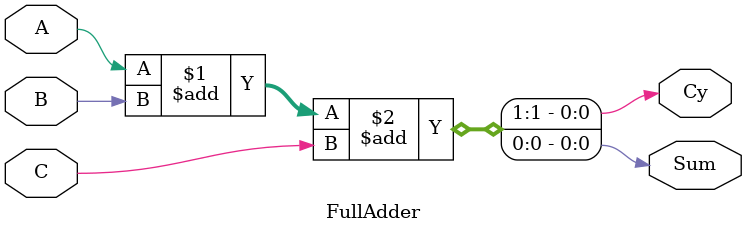
<source format=v>
`timescale 1ns / 1ps


module FullAdder(A,B,C,Sum,Cy);
input A,B,C;
output Sum, Cy;

// option-1: structural 
// assign Sum = A^B^C;
// assign Cy = (A&B)|(B&C)|(C&A);

//---------------------------------
// option-2: behavioral
 assign {Cy, Sum} = A+B+C;

endmodule

</source>
